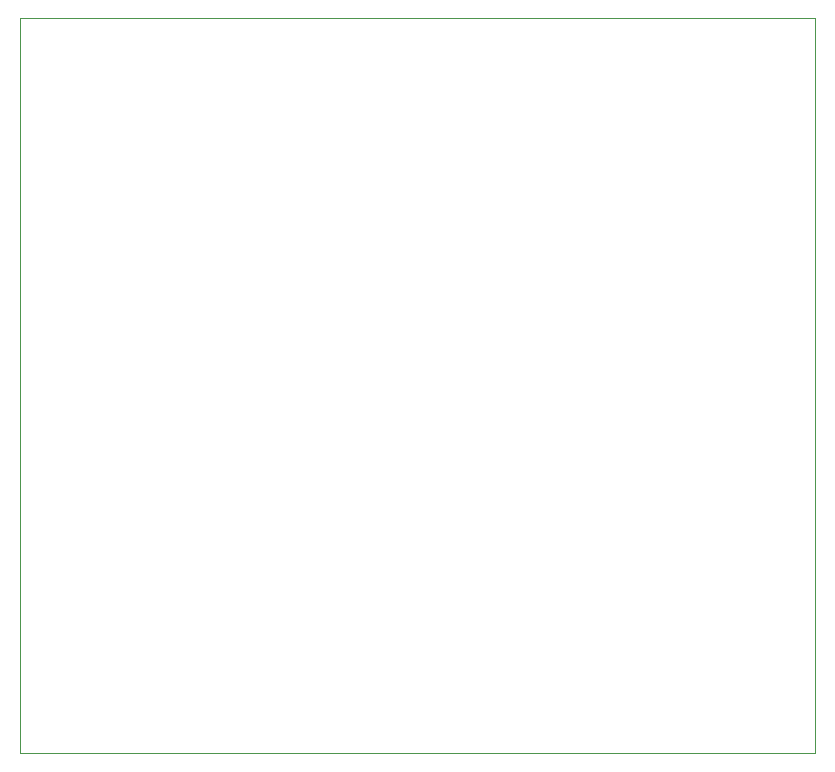
<source format=gbr>
%TF.GenerationSoftware,KiCad,Pcbnew,(5.1.10)-1*%
%TF.CreationDate,2021-07-06T22:39:24+01:00*%
%TF.ProjectId,2114_sram_tester,32313134-5f73-4726-916d-5f7465737465,rev?*%
%TF.SameCoordinates,Original*%
%TF.FileFunction,Profile,NP*%
%FSLAX46Y46*%
G04 Gerber Fmt 4.6, Leading zero omitted, Abs format (unit mm)*
G04 Created by KiCad (PCBNEW (5.1.10)-1) date 2021-07-06 22:39:24*
%MOMM*%
%LPD*%
G01*
G04 APERTURE LIST*
%TA.AperFunction,Profile*%
%ADD10C,0.050000*%
%TD*%
G04 APERTURE END LIST*
D10*
X157480000Y-111760000D02*
X90170000Y-111760000D01*
X157480000Y-49530000D02*
X157480000Y-111760000D01*
X90170000Y-49530000D02*
X157480000Y-49530000D01*
X90170000Y-111760000D02*
X90170000Y-49530000D01*
M02*

</source>
